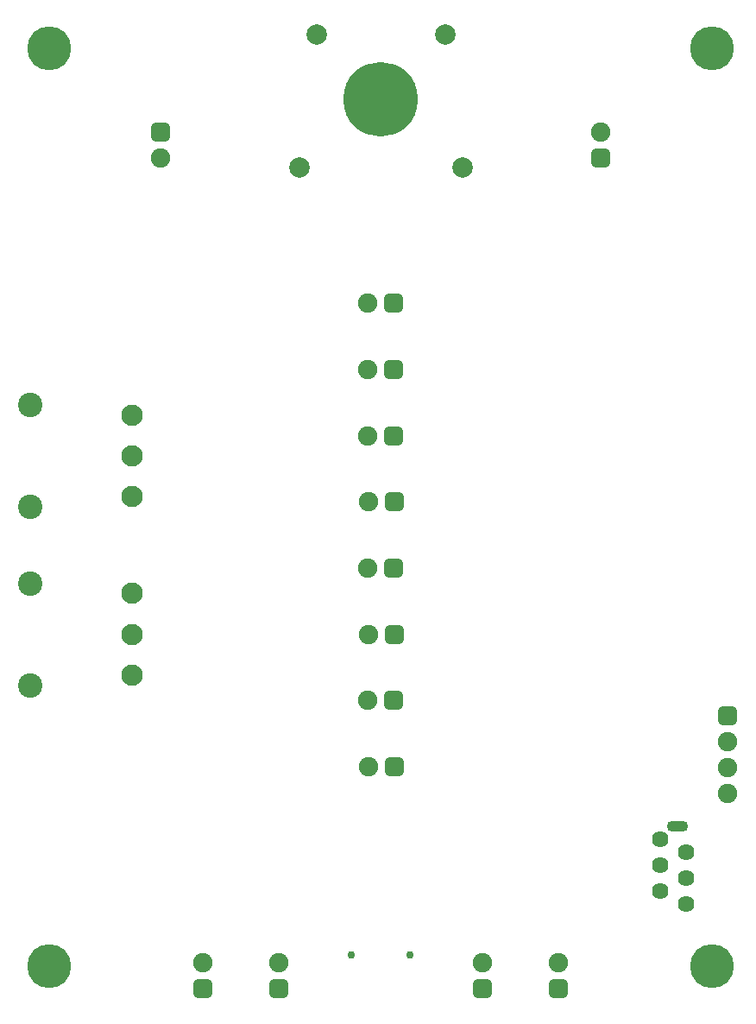
<source format=gbs>
G04*
G04 #@! TF.GenerationSoftware,Altium Limited,Altium Designer,19.1.8 (144)*
G04*
G04 Layer_Color=16711935*
%FSLAX25Y25*%
%MOIN*%
G70*
G01*
G75*
%ADD25C,0.08268*%
%ADD33O,0.08268X0.04331*%
%ADD34C,0.06394*%
%ADD35C,0.07480*%
G04:AMPARAMS|DCode=36|XSize=74.8mil|YSize=74.8mil|CornerRadius=19.68mil|HoleSize=0mil|Usage=FLASHONLY|Rotation=180.000|XOffset=0mil|YOffset=0mil|HoleType=Round|Shape=RoundedRectangle|*
%AMROUNDEDRECTD36*
21,1,0.07480,0.03543,0,0,180.0*
21,1,0.03543,0.07480,0,0,180.0*
1,1,0.03937,-0.01772,0.01772*
1,1,0.03937,0.01772,0.01772*
1,1,0.03937,0.01772,-0.01772*
1,1,0.03937,-0.01772,-0.01772*
%
%ADD36ROUNDEDRECTD36*%
G04:AMPARAMS|DCode=37|XSize=74.8mil|YSize=74.8mil|CornerRadius=19.68mil|HoleSize=0mil|Usage=FLASHONLY|Rotation=270.000|XOffset=0mil|YOffset=0mil|HoleType=Round|Shape=RoundedRectangle|*
%AMROUNDEDRECTD37*
21,1,0.07480,0.03543,0,0,270.0*
21,1,0.03543,0.07480,0,0,270.0*
1,1,0.03937,-0.01772,-0.01772*
1,1,0.03937,-0.01772,0.01772*
1,1,0.03937,0.01772,0.01772*
1,1,0.03937,0.01772,-0.01772*
%
%ADD37ROUNDEDRECTD37*%
%ADD38C,0.02953*%
%ADD39C,0.07874*%
%ADD40C,0.16929*%
%ADD41C,0.28740*%
%ADD42C,0.09449*%
D25*
X-96063Y3937D02*
D03*
Y19685D02*
D03*
Y35433D02*
D03*
Y-64960D02*
D03*
Y-49212D02*
D03*
Y-33464D02*
D03*
D33*
X114393Y-123346D02*
D03*
D34*
X117894Y-153346D02*
D03*
X107894Y-148346D02*
D03*
X117894Y-143346D02*
D03*
X107894Y-138346D02*
D03*
X117894Y-133346D02*
D03*
X107894Y-128346D02*
D03*
D35*
X-68898Y-176102D02*
D03*
X68504D02*
D03*
X-4882Y1870D02*
D03*
X-5000Y27461D02*
D03*
Y52925D02*
D03*
Y78740D02*
D03*
X-5000Y-23594D02*
D03*
X-4902Y-49325D02*
D03*
X-5000Y-74761D02*
D03*
X-4902Y-100394D02*
D03*
X133858Y-110768D02*
D03*
Y-100768D02*
D03*
Y-90768D02*
D03*
X85039Y144764D02*
D03*
X-39370Y-176102D02*
D03*
X39370D02*
D03*
X-85236Y134764D02*
D03*
D36*
X-68898Y-186102D02*
D03*
X68504D02*
D03*
X85039Y134764D02*
D03*
X-39370Y-186102D02*
D03*
X39370D02*
D03*
X-85236Y144764D02*
D03*
D37*
X5118Y1870D02*
D03*
X5000Y27461D02*
D03*
Y52925D02*
D03*
Y78740D02*
D03*
X5000Y-23594D02*
D03*
X5098Y-49325D02*
D03*
X5000Y-74761D02*
D03*
X5098Y-100394D02*
D03*
X133858Y-80768D02*
D03*
D38*
X11378Y-173081D02*
D03*
X-11378D02*
D03*
D39*
X-24803Y182283D02*
D03*
X-31496Y131102D02*
D03*
X31496D02*
D03*
X24803Y182283D02*
D03*
D40*
X-127953Y-177165D02*
D03*
X-127953Y177165D02*
D03*
X127953D02*
D03*
X127953Y-177165D02*
D03*
D41*
X-0Y157480D02*
D03*
D42*
X-135433Y0D02*
D03*
Y39370D02*
D03*
X-135433Y-68897D02*
D03*
X-135433Y-29527D02*
D03*
M02*

</source>
